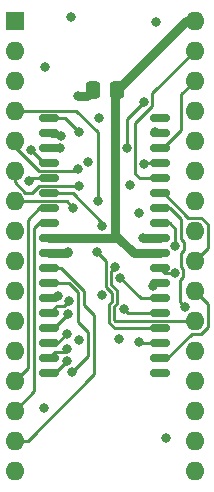
<source format=gtl>
G04 #@! TF.GenerationSoftware,KiCad,Pcbnew,(6.0.11-0)*
G04 #@! TF.CreationDate,2023-06-06T19:26:51+02:00*
G04 #@! TF.ProjectId,soj36_to_dip,736f6a33-365f-4746-9f5f-6469702e6b69,rev?*
G04 #@! TF.SameCoordinates,Original*
G04 #@! TF.FileFunction,Copper,L1,Top*
G04 #@! TF.FilePolarity,Positive*
%FSLAX46Y46*%
G04 Gerber Fmt 4.6, Leading zero omitted, Abs format (unit mm)*
G04 Created by KiCad (PCBNEW (6.0.11-0)) date 2023-06-06 19:26:51*
%MOMM*%
%LPD*%
G01*
G04 APERTURE LIST*
G04 Aperture macros list*
%AMRoundRect*
0 Rectangle with rounded corners*
0 $1 Rounding radius*
0 $2 $3 $4 $5 $6 $7 $8 $9 X,Y pos of 4 corners*
0 Add a 4 corners polygon primitive as box body*
4,1,4,$2,$3,$4,$5,$6,$7,$8,$9,$2,$3,0*
0 Add four circle primitives for the rounded corners*
1,1,$1+$1,$2,$3*
1,1,$1+$1,$4,$5*
1,1,$1+$1,$6,$7*
1,1,$1+$1,$8,$9*
0 Add four rect primitives between the rounded corners*
20,1,$1+$1,$2,$3,$4,$5,0*
20,1,$1+$1,$4,$5,$6,$7,0*
20,1,$1+$1,$6,$7,$8,$9,0*
20,1,$1+$1,$8,$9,$2,$3,0*%
G04 Aperture macros list end*
G04 #@! TA.AperFunction,SMDPad,CuDef*
%ADD10RoundRect,0.250000X0.337500X0.475000X-0.337500X0.475000X-0.337500X-0.475000X0.337500X-0.475000X0*%
G04 #@! TD*
G04 #@! TA.AperFunction,ComponentPad*
%ADD11O,1.600000X1.600000*%
G04 #@! TD*
G04 #@! TA.AperFunction,ComponentPad*
%ADD12R,1.600000X1.600000*%
G04 #@! TD*
G04 #@! TA.AperFunction,SMDPad,CuDef*
%ADD13RoundRect,0.150000X-0.700000X-0.150000X0.700000X-0.150000X0.700000X0.150000X-0.700000X0.150000X0*%
G04 #@! TD*
G04 #@! TA.AperFunction,ViaPad*
%ADD14C,0.800000*%
G04 #@! TD*
G04 #@! TA.AperFunction,Conductor*
%ADD15C,0.250000*%
G04 #@! TD*
G04 #@! TA.AperFunction,Conductor*
%ADD16C,0.750000*%
G04 #@! TD*
G04 APERTURE END LIST*
D10*
X153521500Y-69367400D03*
X155596500Y-69367400D03*
D11*
X162148600Y-63489400D03*
X146908600Y-101589400D03*
X162148600Y-66029400D03*
X146908600Y-99049400D03*
X162148600Y-68569400D03*
X146908600Y-96509400D03*
X162148600Y-71109400D03*
X146908600Y-93969400D03*
X162148600Y-73649400D03*
X146908600Y-91429400D03*
X162148600Y-76189400D03*
X146908600Y-88889400D03*
X162148600Y-78729400D03*
X146908600Y-86349400D03*
X162148600Y-81269400D03*
X146908600Y-83809400D03*
X162148600Y-83809400D03*
X146908600Y-81269400D03*
X162148600Y-86349400D03*
X146908600Y-78729400D03*
X162148600Y-88889400D03*
X146908600Y-76189400D03*
X162148600Y-91429400D03*
X146908600Y-73649400D03*
X162148600Y-93969400D03*
X146908600Y-71109400D03*
X162148600Y-96509400D03*
X146908600Y-68569400D03*
X162148600Y-99049400D03*
X146908600Y-66029400D03*
X162148600Y-101589400D03*
D12*
X146908600Y-63489400D03*
D13*
X159233600Y-71744400D03*
X159233600Y-73014400D03*
X159233600Y-74284400D03*
X159233600Y-75554400D03*
X159233600Y-76824400D03*
X159233600Y-78094400D03*
X159233600Y-79364400D03*
X159233600Y-80634400D03*
X159233600Y-81904400D03*
X159233600Y-83174400D03*
X159233600Y-84444400D03*
X159233600Y-85714400D03*
X159233600Y-86984400D03*
X159233600Y-88254400D03*
X159233600Y-89524400D03*
X159233600Y-90794400D03*
X159233600Y-92064400D03*
X159233600Y-93334400D03*
X149833600Y-93334400D03*
X149833600Y-92064400D03*
X149833600Y-90794400D03*
X149833600Y-89524400D03*
X149833600Y-88254400D03*
X149833600Y-86984400D03*
X149833600Y-85714400D03*
X149833600Y-84444400D03*
X149833600Y-83174400D03*
X149833600Y-81904400D03*
X149833600Y-80634400D03*
X149833600Y-79364400D03*
X149833600Y-78094400D03*
X149833600Y-76824400D03*
X149833600Y-75554400D03*
X149833600Y-74284400D03*
X149833600Y-73014400D03*
X149833600Y-71744400D03*
D14*
X158783600Y-72866288D03*
X157861000Y-75615800D03*
X161352784Y-87737583D03*
X160528000Y-82550000D03*
X153111200Y-75438000D03*
X154279600Y-86741000D03*
X152400000Y-90474800D03*
X157759400Y-81889600D03*
X151434800Y-83083400D03*
X155752800Y-90424000D03*
X152247600Y-69875400D03*
X156641800Y-77393800D03*
X154051000Y-71729600D03*
X157480000Y-79756000D03*
X149428200Y-96266000D03*
X159740600Y-98831400D03*
X149453600Y-67360800D03*
X158877000Y-63550800D03*
X151663400Y-63169800D03*
X160477200Y-84861400D03*
X158658669Y-85979000D03*
X155858625Y-85244400D03*
X156152415Y-87878011D03*
X153886433Y-83070422D03*
X153949400Y-78740000D03*
X157480000Y-90652600D03*
X151351979Y-92287532D03*
X151351979Y-91287519D03*
X152313925Y-76038810D03*
X151307799Y-89992199D03*
X152349200Y-77470000D03*
X151406136Y-88337936D03*
X151892000Y-79324200D03*
X151522452Y-87210980D03*
X157861000Y-70332600D03*
X150598878Y-86827528D03*
X156410988Y-74263972D03*
X151801990Y-93188813D03*
X154336444Y-80854837D03*
X155385610Y-84363332D03*
X148107400Y-77089000D03*
X148310600Y-74421998D03*
X150720970Y-74260620D03*
X150873518Y-73272312D03*
X152323529Y-72924972D03*
D15*
X149833600Y-85714400D02*
X151494083Y-85714400D01*
X151494083Y-85714400D02*
X152254789Y-86475106D01*
X152254789Y-86475106D02*
X152254789Y-88962514D01*
X152254789Y-88962514D02*
X153162000Y-89869725D01*
X153162000Y-89869725D02*
X153162000Y-91828803D01*
X153162000Y-91828803D02*
X151801990Y-93188813D01*
X149833600Y-84444400D02*
X150860494Y-84444400D01*
X150860494Y-84444400D02*
X152755600Y-86339506D01*
X152755600Y-86339506D02*
X152755600Y-87522198D01*
X152755600Y-87522198D02*
X153670000Y-88436598D01*
X153670000Y-88436598D02*
X153670000Y-93419370D01*
X153670000Y-93419370D02*
X148039970Y-99049400D01*
X148039970Y-99049400D02*
X146908600Y-99049400D01*
X159233600Y-73014400D02*
X158931712Y-73014400D01*
X158931712Y-73014400D02*
X158783600Y-72866288D01*
X161023599Y-72746169D02*
X161023599Y-69694401D01*
X159485368Y-74284400D02*
X161023599Y-72746169D01*
X161023599Y-69694401D02*
X162148600Y-68569400D01*
X159233600Y-74284400D02*
X159485368Y-74284400D01*
X157922400Y-75554400D02*
X157861000Y-75615800D01*
X159233600Y-75554400D02*
X157922400Y-75554400D01*
X157135998Y-72130606D02*
X158586002Y-70680602D01*
X157135998Y-76421002D02*
X157135998Y-72130606D01*
X157539396Y-76824400D02*
X157135998Y-76421002D01*
X159233600Y-76824400D02*
X157539396Y-76824400D01*
X158586002Y-69591998D02*
X162148600Y-66029400D01*
X158586002Y-70680602D02*
X158586002Y-69591998D01*
X163273601Y-82684399D02*
X162148600Y-83809400D01*
X161608599Y-80144399D02*
X162688601Y-80144399D01*
X163273601Y-80729399D02*
X163273601Y-82684399D01*
X159233600Y-78094400D02*
X159558600Y-78094400D01*
X159558600Y-78094400D02*
X161608599Y-80144399D01*
X162688601Y-80144399D02*
X163273601Y-80729399D01*
X159233600Y-79364400D02*
X160083600Y-79364400D01*
X161003411Y-81952407D02*
X161253002Y-82201998D01*
X161003411Y-80284211D02*
X161003411Y-81952407D01*
X161003411Y-84314607D02*
X161202202Y-84513398D01*
X160083600Y-79364400D02*
X161003411Y-80284211D01*
X161253002Y-82898002D02*
X161003411Y-83147593D01*
X161253002Y-82201998D02*
X161253002Y-82898002D01*
X161202202Y-85209402D02*
X160952785Y-85458819D01*
X161003411Y-83147593D02*
X161003411Y-84314607D01*
X160952785Y-85458819D02*
X160952785Y-87337584D01*
X161202202Y-84513398D02*
X161202202Y-85209402D01*
X160952785Y-87337584D02*
X161352784Y-87737583D01*
X160528000Y-81078800D02*
X160528000Y-82550000D01*
X160083600Y-80634400D02*
X160528000Y-81078800D01*
X159233600Y-80634400D02*
X160083600Y-80634400D01*
D16*
X157774200Y-81904400D02*
X157759400Y-81889600D01*
X159233600Y-81904400D02*
X157774200Y-81904400D01*
X151343800Y-83174400D02*
X151434800Y-83083400D01*
X149833600Y-83174400D02*
X151343800Y-83174400D01*
X153013500Y-69875400D02*
X153521500Y-69367400D01*
X152247600Y-69875400D02*
X153013500Y-69875400D01*
X155596500Y-69345900D02*
X155596500Y-69367400D01*
X161453000Y-63489400D02*
X155596500Y-69345900D01*
X162148600Y-63489400D02*
X161453000Y-63489400D01*
X156986800Y-83174400D02*
X159233600Y-83174400D01*
X155651200Y-81838800D02*
X156986800Y-83174400D01*
X155585600Y-81904400D02*
X149833600Y-81904400D01*
X155651200Y-81838800D02*
X155585600Y-81904400D01*
X155435987Y-69527913D02*
X155435987Y-81623587D01*
X155596500Y-69367400D02*
X155435987Y-69527913D01*
X155435987Y-81623587D02*
X155651200Y-81838800D01*
D15*
X159233600Y-84444400D02*
X159650600Y-84861400D01*
X159650600Y-84861400D02*
X160477200Y-84861400D01*
X159233600Y-85714400D02*
X158923269Y-85714400D01*
X158923269Y-85714400D02*
X158658669Y-85979000D01*
X157598625Y-86984400D02*
X155858625Y-85244400D01*
X159233600Y-86984400D02*
X157598625Y-86984400D01*
X156528804Y-88254400D02*
X156152415Y-87878011D01*
X159233600Y-88254400D02*
X156528804Y-88254400D01*
X153949400Y-78740000D02*
X153949400Y-72923400D01*
X146918590Y-71119390D02*
X146908600Y-71109400D01*
X152145390Y-71119390D02*
X146918590Y-71119390D01*
X153949400Y-72923400D02*
X152145390Y-71119390D01*
X154660600Y-83844589D02*
X153886433Y-83070422D01*
X154627601Y-86015999D02*
X154660600Y-86015999D01*
X155117800Y-86506198D02*
X154627601Y-86015999D01*
X155117800Y-87262801D02*
X155117800Y-86506198D01*
X154914600Y-87466001D02*
X155117800Y-87262801D01*
X155394213Y-89524400D02*
X154914600Y-89044787D01*
X154914600Y-89044787D02*
X154914600Y-87466001D01*
X154660600Y-86015999D02*
X154660600Y-83844589D01*
X159233600Y-89524400D02*
X155394213Y-89524400D01*
X159233600Y-90794400D02*
X157621800Y-90794400D01*
X157621800Y-90794400D02*
X157480000Y-90652600D01*
X159233600Y-92064400D02*
X159848598Y-92064400D01*
X163273601Y-87474401D02*
X162148600Y-86349400D01*
X163273601Y-89429401D02*
X163273601Y-87474401D01*
X161898597Y-90014401D02*
X162688601Y-90014401D01*
X162688601Y-90014401D02*
X163273601Y-89429401D01*
X159848598Y-92064400D02*
X161898597Y-90014401D01*
X150305111Y-93334400D02*
X151351979Y-92287532D01*
X149833600Y-93334400D02*
X150305111Y-93334400D01*
X151076968Y-91562530D02*
X151351979Y-91287519D01*
X149833600Y-92064400D02*
X150335470Y-91562530D01*
X150335470Y-91562530D02*
X151076968Y-91562530D01*
X146908600Y-74151168D02*
X146908600Y-73649400D01*
X148936842Y-76179410D02*
X146908600Y-74151168D01*
X152173325Y-76179410D02*
X148936842Y-76179410D01*
X152313925Y-76038810D02*
X152173325Y-76179410D01*
X149833600Y-90794400D02*
X150505598Y-90794400D01*
X150505598Y-90794400D02*
X151307799Y-89992199D01*
X146908600Y-77134800D02*
X146908600Y-76189400D01*
X147802600Y-78028800D02*
X146908600Y-77134800D01*
X148361400Y-78028800D02*
X147802600Y-78028800D01*
X152328610Y-77449410D02*
X148940790Y-77449410D01*
X148940790Y-77449410D02*
X148361400Y-78028800D01*
X152349200Y-77470000D02*
X152328610Y-77449410D01*
X150133600Y-89224400D02*
X150519672Y-89224400D01*
X150519672Y-89224400D02*
X151406136Y-88337936D01*
X149833600Y-89524400D02*
X150133600Y-89224400D01*
X146918590Y-78739390D02*
X146908600Y-78729400D01*
X151307190Y-78739390D02*
X146918590Y-78739390D01*
X151892000Y-79324200D02*
X151307190Y-78739390D01*
X150477021Y-87610979D02*
X151122453Y-87610979D01*
X149833600Y-88254400D02*
X150477021Y-87610979D01*
X151122453Y-87610979D02*
X151522452Y-87210980D01*
X149990472Y-86827528D02*
X150598878Y-86827528D01*
X149833600Y-86984400D02*
X149990472Y-86827528D01*
X157861000Y-70332600D02*
X156410988Y-71782612D01*
X156410988Y-71782612D02*
X156410988Y-74263972D01*
X148983600Y-80634400D02*
X148564600Y-81053400D01*
X149833600Y-80634400D02*
X148983600Y-80634400D01*
X148564600Y-94853400D02*
X146908600Y-96509400D01*
X148564600Y-81053400D02*
X148564600Y-94853400D01*
X148033601Y-80314399D02*
X148033601Y-92844399D01*
X148983600Y-79364400D02*
X148033601Y-80314399D01*
X149833600Y-79364400D02*
X148983600Y-79364400D01*
X148033601Y-92844399D02*
X146908600Y-93969400D01*
X149833600Y-78094400D02*
X151851006Y-78094400D01*
X154336444Y-80579838D02*
X154336444Y-80854837D01*
X151851006Y-78094400D02*
X154336444Y-80579838D01*
X155364611Y-88858387D02*
X155364611Y-87652401D01*
X155110611Y-84638331D02*
X155385610Y-84363332D01*
X162148600Y-88889400D02*
X155395624Y-88889400D01*
X155364611Y-87652401D02*
X155567811Y-87449201D01*
X155567811Y-87449201D02*
X155567811Y-86319798D01*
X155567811Y-86319798D02*
X155110611Y-85862598D01*
X155395624Y-88889400D02*
X155364611Y-88858387D01*
X155110611Y-85862598D02*
X155110611Y-84638331D01*
X148372000Y-76824400D02*
X149833600Y-76824400D01*
X148107400Y-77089000D02*
X148372000Y-76824400D01*
X149443002Y-75554400D02*
X148310600Y-74421998D01*
X149833600Y-75554400D02*
X149443002Y-75554400D01*
X150697190Y-74284400D02*
X150720970Y-74260620D01*
X149833600Y-74284400D02*
X150697190Y-74284400D01*
X150091512Y-73272312D02*
X150873518Y-73272312D01*
X149833600Y-73014400D02*
X150091512Y-73272312D01*
X149833600Y-71744400D02*
X151142957Y-71744400D01*
X151142957Y-71744400D02*
X152323529Y-72924972D01*
M02*

</source>
